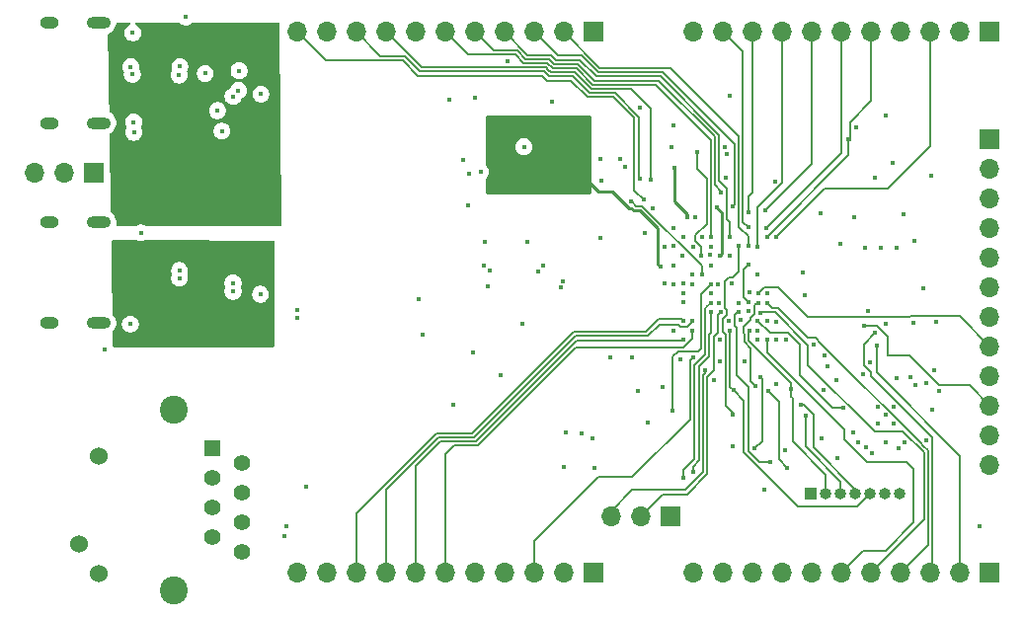
<source format=gbr>
%TF.GenerationSoftware,KiCad,Pcbnew,9.0.0*%
%TF.CreationDate,2025-04-18T01:08:42+10:00*%
%TF.ProjectId,Teensy_4.1_attempt_1,5465656e-7379-45f3-942e-315f61747465,rev?*%
%TF.SameCoordinates,Original*%
%TF.FileFunction,Copper,L4,Inr*%
%TF.FilePolarity,Positive*%
%FSLAX46Y46*%
G04 Gerber Fmt 4.6, Leading zero omitted, Abs format (unit mm)*
G04 Created by KiCad (PCBNEW 9.0.0) date 2025-04-18 01:08:42*
%MOMM*%
%LPD*%
G01*
G04 APERTURE LIST*
%TA.AperFunction,ComponentPad*%
%ADD10R,1.700000X1.700000*%
%TD*%
%TA.AperFunction,ComponentPad*%
%ADD11O,1.700000X1.700000*%
%TD*%
%TA.AperFunction,ComponentPad*%
%ADD12R,1.408000X1.408000*%
%TD*%
%TA.AperFunction,ComponentPad*%
%ADD13C,1.408000*%
%TD*%
%TA.AperFunction,ComponentPad*%
%ADD14C,1.530000*%
%TD*%
%TA.AperFunction,ComponentPad*%
%ADD15C,2.400000*%
%TD*%
%TA.AperFunction,HeatsinkPad*%
%ADD16O,2.100000X1.000000*%
%TD*%
%TA.AperFunction,HeatsinkPad*%
%ADD17O,1.600000X1.000000*%
%TD*%
%TA.AperFunction,ComponentPad*%
%ADD18R,1.000000X1.000000*%
%TD*%
%TA.AperFunction,ComponentPad*%
%ADD19O,1.000000X1.000000*%
%TD*%
%TA.AperFunction,ComponentPad*%
%ADD20C,0.400000*%
%TD*%
%TA.AperFunction,ViaPad*%
%ADD21C,0.450000*%
%TD*%
%TA.AperFunction,Conductor*%
%ADD22C,0.155000*%
%TD*%
%TA.AperFunction,Conductor*%
%ADD23C,0.250000*%
%TD*%
%TA.AperFunction,Conductor*%
%ADD24C,0.200000*%
%TD*%
%TA.AperFunction,Conductor*%
%ADD25C,0.202500*%
%TD*%
G04 APERTURE END LIST*
D10*
%TO.N,/D16_A2*%
%TO.C,J6*%
X151215000Y-96200000D03*
D11*
%TO.N,/D38_A14*%
X148675000Y-96200000D03*
%TO.N,/D24_A10*%
X146135000Y-96200000D03*
%TD*%
D10*
%TO.N,+3V3*%
%TO.C,J4*%
X178600000Y-101030000D03*
D11*
%TO.N,/D8*%
X176060000Y-101030000D03*
%TO.N,/D7*%
X173520000Y-101030000D03*
%TO.N,/D36*%
X170980000Y-101030000D03*
%TO.N,/D37*%
X168440000Y-101030000D03*
%TO.N,/D35*%
X165900000Y-101030000D03*
%TO.N,/D34*%
X163360000Y-101030000D03*
%TO.N,/D27_A13*%
X160820000Y-101030000D03*
%TO.N,/D21_A7*%
X158280000Y-101030000D03*
%TO.N,/D17_A3*%
X155740000Y-101030000D03*
%TO.N,/D19_A5*%
X153200000Y-101030000D03*
%TD*%
D12*
%TO.N,/T +*%
%TO.C,P1*%
X111930000Y-90375000D03*
D13*
%TO.N,Net-(P1-RCT)*%
X114470000Y-91645000D03*
%TO.N,/T -*%
X111930000Y-92915000D03*
%TO.N,/R +*%
X114470000Y-94185000D03*
%TO.N,Net-(P1-RCT)*%
X111930000Y-95455000D03*
%TO.N,/R -*%
X114470000Y-96725000D03*
%TO.N,unconnected-(P1-NC-Pad7)*%
X111930000Y-97995000D03*
%TO.N,GND*%
X114470000Y-99265000D03*
D14*
%TO.N,/LED*%
X102200000Y-91062000D03*
%TO.N,unconnected-(P1-YLW--Pad11)*%
X100500000Y-98578000D03*
%TO.N,unconnected-(P1-YLW+-Pad12)*%
X102200000Y-101145000D03*
D15*
%TO.N,unconnected-(P1-CH_GND@2-Pad13)*%
X108630000Y-87070000D03*
%TO.N,unconnected-(P1-CH_GND@3-Pad14)*%
X108630000Y-102570000D03*
%TD*%
D16*
%TO.N,Net-(USB_DFP1-SHIELD)*%
%TO.C,USB_DFP1*%
X102180000Y-71000000D03*
D17*
X98000000Y-71000000D03*
D16*
X102180000Y-79640000D03*
D17*
X98000000Y-79640000D03*
%TD*%
D10*
%TO.N,+3V3*%
%TO.C,J3*%
X178600000Y-63875000D03*
D11*
%TO.N,/D28*%
X178600000Y-66415000D03*
%TO.N,/D29*%
X178600000Y-68955000D03*
%TO.N,/D12*%
X178600000Y-71495000D03*
%TO.N,/D10*%
X178600000Y-74035000D03*
%TO.N,/D11*%
X178600000Y-76575000D03*
%TO.N,/D13*%
X178600000Y-79115000D03*
%TO.N,/D6*%
X178600000Y-81655000D03*
%TO.N,/D32*%
X178600000Y-84195000D03*
%TO.N,/D9*%
X178600000Y-86735000D03*
%TO.N,/D0*%
X178600000Y-89275000D03*
%TO.N,GND*%
X178600000Y-91815000D03*
%TD*%
D10*
%TO.N,/D22_A8*%
%TO.C,J5*%
X144630000Y-101030000D03*
D11*
%TO.N,/D39_A15*%
X142090000Y-101030000D03*
%TO.N,/D25_A11*%
X139550000Y-101030000D03*
%TO.N,/D20_A6*%
X137010000Y-101030000D03*
%TO.N,/D23_A9*%
X134470000Y-101030000D03*
%TO.N,/D40_A16*%
X131930000Y-101030000D03*
%TO.N,/D15_A1*%
X129390000Y-101030000D03*
%TO.N,/D14_A0*%
X126850000Y-101030000D03*
%TO.N,/D1*%
X124310000Y-101030000D03*
%TO.N,+3V3*%
X121770000Y-101030000D03*
%TO.N,GND*%
X119230000Y-101030000D03*
%TD*%
D18*
%TO.N,/DCDC_PSWITCH*%
%TO.C,SWD1*%
X163300000Y-94280000D03*
D19*
%TO.N,/JTAG_TCK*%
X164570000Y-94280000D03*
%TO.N,/JTAG_TDO*%
X165840000Y-94280000D03*
%TO.N,/JTAG_TDI*%
X167110000Y-94280000D03*
%TO.N,/JTAG_MOD*%
X168380000Y-94280000D03*
%TO.N,/JTAG_TMS*%
X169650000Y-94280000D03*
%TO.N,GND*%
X170920000Y-94280000D03*
%TD*%
D16*
%TO.N,Net-(USB_UFP1-SHIELD)*%
%TO.C,USB_UFP1*%
X102180000Y-53860000D03*
D17*
X98000000Y-53860000D03*
D16*
X102180000Y-62500000D03*
D17*
X98000000Y-62500000D03*
%TD*%
D20*
%TO.N,GND*%
%TO.C,U5*%
X169005000Y-86835000D03*
X170405000Y-86835000D03*
X169705000Y-87535000D03*
X169005000Y-88235000D03*
X170405000Y-88235000D03*
%TD*%
D10*
%TO.N,/ONOFF*%
%TO.C,J7*%
X101775000Y-66750000D03*
D11*
%TO.N,/WAKEUP*%
X99235000Y-66750000D03*
%TO.N,GND*%
X96695000Y-66750000D03*
%TD*%
D10*
%TO.N,GND*%
%TO.C,J2*%
X178600000Y-54670000D03*
D11*
%TO.N,/D49*%
X176060000Y-54670000D03*
%TO.N,/D31*%
X173520000Y-54670000D03*
%TO.N,/D52*%
X170980000Y-54670000D03*
%TO.N,/D48*%
X168440000Y-54670000D03*
%TO.N,/D53*%
X165900000Y-54670000D03*
%TO.N,/D50*%
X163360000Y-54670000D03*
%TO.N,/D30*%
X160820000Y-54670000D03*
%TO.N,/D54*%
X158280000Y-54670000D03*
%TO.N,/D51*%
X155740000Y-54670000D03*
%TO.N,+3V3*%
X153200000Y-54670000D03*
%TD*%
D10*
%TO.N,GND*%
%TO.C,J1*%
X144600000Y-54670000D03*
D11*
%TO.N,/D3*%
X142060000Y-54670000D03*
%TO.N,/D2*%
X139520000Y-54670000D03*
%TO.N,/D5*%
X136980000Y-54670000D03*
%TO.N,/D33*%
X134440000Y-54670000D03*
%TO.N,/D44*%
X131900000Y-54670000D03*
%TO.N,/D4*%
X129360000Y-54670000D03*
%TO.N,/D43*%
X126820000Y-54670000D03*
%TO.N,/D46*%
X124280000Y-54670000D03*
%TO.N,/D45*%
X121740000Y-54670000D03*
%TO.N,/D42*%
X119200000Y-54670000D03*
%TD*%
D21*
%TO.N,+5V*%
X150360000Y-74817500D03*
X135950000Y-62910000D03*
X143520000Y-66800000D03*
X143620000Y-62340000D03*
%TO.N,GND*%
X141100000Y-60710000D03*
X150580000Y-85140000D03*
X154710706Y-77119293D03*
X169705000Y-89880000D03*
X111350000Y-58250000D03*
X149280000Y-88210000D03*
X135610000Y-76490000D03*
X142050000Y-76040000D03*
X155340000Y-76300000D03*
X142295000Y-89070000D03*
X134470000Y-60300000D03*
X120030000Y-93720000D03*
X156520000Y-76290000D03*
X104930000Y-79740000D03*
X114250000Y-58010000D03*
X147960000Y-82560000D03*
X138670000Y-64540000D03*
X132255000Y-60515000D03*
X116090000Y-77180000D03*
X143585000Y-89080000D03*
X138560000Y-79740000D03*
X141810000Y-76590000D03*
X146080000Y-82610000D03*
X168170000Y-78640000D03*
X130010000Y-80630000D03*
X156075000Y-65190000D03*
X164090000Y-70260000D03*
X151350000Y-64585000D03*
X172152500Y-72600000D03*
X164430707Y-82399293D03*
X159270000Y-93950000D03*
X105230000Y-63290000D03*
X134000000Y-66840000D03*
X148420000Y-85510000D03*
X145210000Y-72370000D03*
X157602500Y-82950000D03*
X167880000Y-73200000D03*
X165830000Y-72860000D03*
X170610000Y-73200000D03*
X112390000Y-61430000D03*
X105210000Y-62410000D03*
X105140000Y-54760000D03*
X168342564Y-82999749D03*
X177740000Y-97100000D03*
X102750000Y-81950000D03*
X109680000Y-53410000D03*
X134285000Y-82135000D03*
X153960000Y-72250000D03*
X156010000Y-67150000D03*
X152310000Y-77080000D03*
X151510000Y-71480000D03*
X144595000Y-89540000D03*
X167190000Y-62860000D03*
X155910000Y-64600000D03*
X105860000Y-71920000D03*
X169675000Y-79740000D03*
X147360000Y-66230000D03*
X158700000Y-81050000D03*
X145260000Y-65580000D03*
X134950000Y-66680000D03*
X146950000Y-65580000D03*
X137270000Y-57200000D03*
X166990000Y-70570000D03*
X172030000Y-79595000D03*
X173990000Y-79575000D03*
X133460000Y-65670000D03*
X149730000Y-69812500D03*
X144760000Y-92110000D03*
X112795000Y-63195000D03*
%TO.N,+3V3*%
X157910000Y-74680000D03*
X171805000Y-84275000D03*
X167340000Y-89840000D03*
X157955000Y-77855000D03*
X154665497Y-73835497D03*
X156340000Y-60190000D03*
X169660000Y-61840000D03*
X129690000Y-77630000D03*
X152130000Y-82790000D03*
X136710000Y-84090000D03*
X151460000Y-62730000D03*
X151505000Y-80275000D03*
X138940000Y-72710000D03*
X173810000Y-83735000D03*
X145350000Y-67480000D03*
X171190000Y-70280000D03*
X155430000Y-77960000D03*
X156540000Y-90250000D03*
X148610000Y-61220000D03*
X154725000Y-74695000D03*
%TO.N,Net-(U1B-VDD_USB_CAP)*%
X154690245Y-76317958D03*
X151420000Y-87150000D03*
%TO.N,Net-(C20-Pad1)*%
X160210000Y-67530000D03*
X153322968Y-70605806D03*
%TO.N,/USB1_DN*%
X152305375Y-76275375D03*
X109180000Y-57640000D03*
X104970000Y-57670000D03*
X113740000Y-60210000D03*
%TO.N,+5VD*%
X116200000Y-58170000D03*
X104420000Y-67950000D03*
X111390000Y-56880000D03*
X111950000Y-68220000D03*
X105460000Y-60680000D03*
%TO.N,/USB1_DP*%
X105100000Y-58320000D03*
X153140000Y-76300000D03*
X109110000Y-58380000D03*
X114200000Y-59710000D03*
%TO.N,Net-(U1B-VDD_SNVS_IN)*%
X132590000Y-86670000D03*
X152330000Y-77870000D03*
%TO.N,/USB2_DN*%
X109150000Y-75150000D03*
X119270000Y-79201500D03*
X151510000Y-76300000D03*
X113730000Y-76221000D03*
%TO.N,+5VL*%
X105950000Y-78990000D03*
X111510000Y-80130000D03*
X105640000Y-73490000D03*
X115920000Y-75230000D03*
X113970000Y-73640000D03*
X112580000Y-74120000D03*
X111350000Y-73410000D03*
%TO.N,/USB2_DP*%
X109150000Y-75810000D03*
X119270000Y-78501497D03*
X150710000Y-76290000D03*
X113730000Y-76921003D03*
%TO.N,/D33*%
X155577500Y-68455322D03*
%TO.N,/D2*%
X156598000Y-69650000D03*
%TO.N,/D42*%
X148920000Y-69090000D03*
%TO.N,/D3*%
X157900000Y-73070000D03*
%TO.N,/D45*%
X154740000Y-73110000D03*
%TO.N,/D43*%
X149540000Y-67400000D03*
%TO.N,/D4*%
X156320000Y-73890000D03*
%TO.N,/D5*%
X156290000Y-72260000D03*
%TO.N,/D44*%
X154730000Y-72290000D03*
%TO.N,/D46*%
X148590000Y-67300000D03*
%TO.N,/D31*%
X160340000Y-72270000D03*
%TO.N,/D50*%
X168730000Y-67200000D03*
X159380000Y-69980000D03*
%TO.N,/D51*%
X157920000Y-71450000D03*
%TO.N,/D53*%
X159460000Y-71500000D03*
X173570000Y-66990000D03*
%TO.N,/D48*%
X166520000Y-63880000D03*
X159500000Y-72300000D03*
%TO.N,/D30*%
X158710000Y-73120000D03*
%TO.N,/D54*%
X170280000Y-65940000D03*
X157960000Y-70160000D03*
%TO.N,/D32*%
X162780000Y-77240000D03*
%TO.N,/D9*%
X167800000Y-79920000D03*
%TO.N,/D6*%
X158755000Y-77125000D03*
%TO.N,/D13*%
X172920000Y-76640000D03*
X159539797Y-77099522D03*
%TO.N,/D0*%
X157110000Y-77900000D03*
%TO.N,/D10*%
X162570000Y-75350000D03*
%TO.N,/D12*%
X158720000Y-75490000D03*
%TO.N,/D11*%
X158044999Y-77042786D03*
%TO.N,/D27_A13*%
X155466328Y-82900000D03*
%TO.N,/D7*%
X168790000Y-80510000D03*
%TO.N,/D19_A5*%
X153170000Y-92390000D03*
X154732745Y-78680000D03*
%TO.N,/D37*%
X158933500Y-78781356D03*
%TO.N,/D17_A3*%
X154960000Y-84580000D03*
%TO.N,/D34*%
X164205000Y-89525000D03*
%TO.N,/D35*%
X159510000Y-81090000D03*
%TO.N,/D21_A7*%
X155440328Y-81039672D03*
%TO.N,/D36*%
X159540000Y-77900000D03*
%TO.N,/D8*%
X168900000Y-81543750D03*
%TO.N,/D39_A15*%
X142100000Y-92010000D03*
X156267500Y-79496232D03*
%TO.N,/D1*%
X152340000Y-79480000D03*
%TO.N,/D25_A11*%
X153210000Y-82582500D03*
%TO.N,/D40_A16*%
X153115000Y-80295000D03*
%TO.N,/D14_A0*%
X153122672Y-79487328D03*
%TO.N,/D15_A1*%
X152305000Y-81085000D03*
%TO.N,/D16_A2*%
X154685000Y-77925000D03*
X152350000Y-92940000D03*
%TO.N,/D38_A14*%
X155540000Y-78730000D03*
%TO.N,/D24_A10*%
X154207500Y-83670000D03*
%TO.N,/WAKEUP*%
X152290000Y-73890000D03*
%TO.N,/ONOFF*%
X151530000Y-74700000D03*
%TO.N,/SOC_CAP_NET*%
X155494058Y-73911722D03*
X155199000Y-69705000D03*
%TO.N,Net-(L1-Pad1)*%
X152676814Y-70535194D03*
X151580000Y-66370000D03*
%TO.N,/PMIC_ON_REQ_PWR_SEQ*%
X147880004Y-69261328D03*
X153930000Y-75510000D03*
%TO.N,Net-(U3-PTB3{slash}IRQ_10)*%
X158450000Y-90400000D03*
X158960000Y-84330000D03*
%TO.N,Net-(U1B-GPIO_EMC_40)*%
X116120000Y-60010000D03*
X169240000Y-73230000D03*
%TO.N,Net-(U1A-GPIO_SD_B1_10)*%
X135738818Y-75166855D03*
X150725000Y-73095000D03*
%TO.N,/T -*%
X170820000Y-90420000D03*
%TO.N,Net-(U1A-GPIO_SD_B1_09)*%
X151520000Y-73060172D03*
X135200000Y-74720000D03*
%TO.N,/R -*%
X168042513Y-90292513D03*
X118291995Y-97114560D03*
%TO.N,Net-(U1A-GPIO_B0_13)*%
X158550000Y-85020000D03*
X158736678Y-77906678D03*
%TO.N,/R +*%
X168537489Y-90787489D03*
X118127577Y-97882552D03*
%TO.N,/D47*%
X133850000Y-69590000D03*
%TO.N,Net-(U1A-GPIO_SD_B1_06)*%
X135310000Y-72730000D03*
X152310000Y-72290000D03*
%TO.N,/T +*%
X171338633Y-89913661D03*
%TO.N,Net-(U1A-POR_B)*%
X153120000Y-75460000D03*
X160320000Y-84910000D03*
%TO.N,Net-(U1A-GPIO_SD_B1_08)*%
X149057862Y-71954500D03*
X139858819Y-75208901D03*
%TO.N,/LED*%
X165550000Y-91240000D03*
%TO.N,Net-(U1A-GPIO_EMC_01)*%
X156550000Y-87520000D03*
X157120000Y-73070000D03*
%TO.N,Net-(U1A-GPIO_AD_B0_04)*%
X161090000Y-90590000D03*
X157272500Y-79422906D03*
%TO.N,Net-(U1A-GPIO_SD_B1_07)*%
X153180000Y-73150000D03*
X140290000Y-74722500D03*
%TO.N,Net-(U3-PTB2{slash}IRQ_7)*%
X161230000Y-92067500D03*
X159640000Y-85510000D03*
%TO.N,Net-(U1B-GPIO_B1_06)*%
X170620000Y-84360000D03*
X160280000Y-79520000D03*
%TO.N,Net-(U1B-GPIO_B0_15)*%
X158730000Y-79480000D03*
X166020000Y-86930000D03*
%TO.N,Net-(U1B-GPIO_B1_04)*%
X158690000Y-80280000D03*
X172240000Y-85000000D03*
%TO.N,Net-(U1B-GPIO_B1_11)*%
X160290000Y-81060000D03*
X167742115Y-84077885D03*
%TO.N,Net-(U1B-GPIO_B1_09)*%
X164380000Y-85360000D03*
X163540707Y-81509293D03*
%TO.N,Net-(U1B-GPIO_B1_14)*%
X174270000Y-85510000D03*
X165490000Y-84510000D03*
%TO.N,Net-(U1B-GPIO_B1_05)*%
X173210000Y-84826250D03*
X159530000Y-79490000D03*
%TO.N,Net-(U1B-GPIO_B0_14)*%
X166890000Y-89070000D03*
X157927500Y-78645000D03*
%TO.N,Net-(U1B-GPIO_B1_15)*%
X164710000Y-83390000D03*
X173660000Y-87120000D03*
%TO.N,Net-(U1B-GPIO_B1_10)*%
X161120000Y-81080000D03*
X173160000Y-89710000D03*
%TO.N,/JTAG_TDI*%
X162440000Y-86650000D03*
%TO.N,/JTAG_TDO*%
X162835000Y-87565000D03*
%TO.N,/JTAG_MOD*%
X156660000Y-85410000D03*
X156350000Y-80300000D03*
%TO.N,/JTAG_TCK*%
X161610000Y-85340000D03*
X157977702Y-80291932D03*
%TO.N,/DCDC_PSWITCH*%
X157120000Y-78710000D03*
X153540000Y-65010000D03*
X159770000Y-91540000D03*
X153900000Y-73860000D03*
%TD*%
D22*
%TO.N,/PMIC_ON_REQ_PWR_SEQ*%
X153930000Y-74724557D02*
X153930000Y-75510000D01*
X148825443Y-69620000D02*
X153930000Y-74724557D01*
X148270000Y-69620000D02*
X148825443Y-69620000D01*
X147910000Y-69260000D02*
X148270000Y-69620000D01*
X147881332Y-69260000D02*
X147910000Y-69260000D01*
X147880004Y-69261328D02*
X147881332Y-69260000D01*
D23*
%TO.N,+5V*%
X150149000Y-71547751D02*
X148624749Y-70023500D01*
X143520000Y-66860000D02*
X143500000Y-66840000D01*
D24*
X143520000Y-66860000D02*
X143520000Y-66800000D01*
D23*
X146240768Y-68400000D02*
X145060000Y-68400000D01*
X150360000Y-74817500D02*
X150149000Y-74606500D01*
D24*
X143520000Y-66800000D02*
X143520000Y-62440000D01*
D23*
X148102864Y-70023500D02*
X147891693Y-69812328D01*
X148102865Y-70023500D02*
X148102864Y-70023500D01*
X147329004Y-69488236D02*
X146240768Y-68400000D01*
X148624749Y-70023500D02*
X148437136Y-70023500D01*
D24*
X143520000Y-62440000D02*
X143620000Y-62340000D01*
D23*
X148437136Y-70023500D02*
X148102865Y-70023500D01*
X147891693Y-69812328D02*
X147651772Y-69812328D01*
X147651772Y-69812328D02*
X147329004Y-69489560D01*
X147329004Y-69489560D02*
X147329004Y-69488236D01*
X150149000Y-74606500D02*
X150149000Y-71547751D01*
X145060000Y-68400000D02*
X143520000Y-66860000D01*
D22*
%TO.N,+3V3*%
X157955000Y-77855000D02*
X157541499Y-77441499D01*
X157541499Y-77441499D02*
X157541499Y-75048501D01*
X157541499Y-75048501D02*
X157910000Y-74680000D01*
%TO.N,Net-(U1B-VDD_USB_CAP)*%
X154690245Y-76317958D02*
X154595000Y-76413203D01*
X153850000Y-77160000D02*
X153850000Y-81810000D01*
X151890000Y-82080000D02*
X151420000Y-82550000D01*
X154595000Y-76413203D02*
X154595000Y-76415000D01*
X151420000Y-82550000D02*
X151420000Y-87150000D01*
X153850000Y-81810000D02*
X153580000Y-82080000D01*
X153580000Y-82080000D02*
X151890000Y-82080000D01*
X154595000Y-76415000D02*
X153850000Y-77160000D01*
%TO.N,/D33*%
X150245080Y-58852000D02*
X144731620Y-58852000D01*
X155050500Y-67820500D02*
X155050500Y-63657420D01*
X136046730Y-56276730D02*
X134440000Y-54670000D01*
X143314810Y-57435190D02*
X141278270Y-57435190D01*
X144731620Y-58852000D02*
X143314810Y-57435190D01*
X155050500Y-63657420D02*
X150245080Y-58852000D01*
X138083270Y-56276730D02*
X136046730Y-56276730D01*
X141278270Y-57435190D02*
X140849080Y-57006000D01*
X140849080Y-57006000D02*
X138812540Y-57006000D01*
X155577500Y-68455322D02*
X155577500Y-68347500D01*
X155577500Y-68347500D02*
X155050500Y-67820500D01*
X138812540Y-57006000D02*
X138083270Y-56276730D01*
%TO.N,/D2*%
X145022540Y-58136000D02*
X143606540Y-56720000D01*
X145100000Y-58140000D02*
X145096000Y-58136000D01*
X143606540Y-56720000D02*
X141570000Y-56720000D01*
X156744500Y-64344500D02*
X150540000Y-58140000D01*
X150540000Y-58140000D02*
X145100000Y-58140000D01*
X156598000Y-69650000D02*
X156744500Y-69503500D01*
X141570000Y-56720000D02*
X139520000Y-54670000D01*
X145096000Y-58136000D02*
X145022540Y-58136000D01*
X156744500Y-69503500D02*
X156744500Y-64344500D01*
%TO.N,/D42*%
X148086500Y-68256500D02*
X148086500Y-62063500D01*
X128280810Y-57137730D02*
X121667730Y-57137730D01*
X144141780Y-60276000D02*
X142724970Y-58859190D01*
X148098270Y-62051730D02*
X146322540Y-60276000D01*
X146322540Y-60276000D02*
X144141780Y-60276000D01*
X121667730Y-57137730D02*
X119200000Y-54670000D01*
X148920000Y-69090000D02*
X148086500Y-68256500D01*
X140688430Y-58859190D02*
X140261240Y-58432000D01*
X148086500Y-62063500D02*
X148098270Y-62051730D01*
X129575080Y-58432000D02*
X128280810Y-57137730D01*
X140261240Y-58432000D02*
X129575080Y-58432000D01*
X142724970Y-58859190D02*
X140688430Y-58859190D01*
%TO.N,/D3*%
X157100500Y-63610500D02*
X151270000Y-57780000D01*
X157100500Y-71380500D02*
X157100500Y-63610500D01*
X145170000Y-57780000D02*
X142060000Y-54670000D01*
X157920000Y-72200000D02*
X157100500Y-71380500D01*
X157900000Y-73070000D02*
X157920000Y-73050000D01*
X157920000Y-73050000D02*
X157920000Y-72200000D01*
X151270000Y-57780000D02*
X145170000Y-57780000D01*
%TO.N,/D43*%
X143019890Y-58147190D02*
X141278270Y-58147190D01*
X149543500Y-67396500D02*
X149543500Y-61263500D01*
X129870000Y-57720000D02*
X126820000Y-54670000D01*
X144436700Y-59564000D02*
X144228160Y-59355460D01*
X149543500Y-61263500D02*
X147844000Y-59564000D01*
X140983350Y-58147190D02*
X140774810Y-57938650D01*
X149540000Y-67400000D02*
X149543500Y-67396500D01*
X141278270Y-58147190D02*
X140983350Y-58147190D01*
X140556160Y-57720000D02*
X129870000Y-57720000D01*
X144228160Y-59355460D02*
X143019890Y-58147190D01*
X144731620Y-59564000D02*
X144436700Y-59564000D01*
X140774810Y-57938650D02*
X140556160Y-57720000D01*
X147844000Y-59564000D02*
X144731620Y-59564000D01*
%TO.N,/D5*%
X138960000Y-56650000D02*
X136980000Y-54670000D01*
X144948540Y-58492000D02*
X144875080Y-58492000D01*
X156290000Y-70960000D02*
X156080000Y-70750000D01*
X141422540Y-57076000D02*
X140996540Y-56650000D01*
X140996540Y-56650000D02*
X138960000Y-56650000D01*
X156290000Y-72260000D02*
X156290000Y-70960000D01*
X143459080Y-57076000D02*
X141422540Y-57076000D01*
X155406500Y-67426500D02*
X155406500Y-63509960D01*
X144875080Y-58492000D02*
X143459080Y-57076000D01*
X155406500Y-63509960D02*
X150392540Y-58496000D01*
X156080000Y-68100000D02*
X155406500Y-67426500D01*
X156080000Y-70750000D02*
X156080000Y-68100000D01*
X144952540Y-58496000D02*
X144948540Y-58492000D01*
X150392540Y-58496000D02*
X144952540Y-58496000D01*
%TO.N,/D44*%
X140701620Y-57362000D02*
X138665080Y-57362000D01*
X154694500Y-68247960D02*
X154694500Y-63949943D01*
X149952557Y-59208000D02*
X144584160Y-59208000D01*
X133862730Y-56632730D02*
X131900000Y-54670000D01*
X154696500Y-68249960D02*
X154694500Y-68247960D01*
X141130810Y-57791190D02*
X140701620Y-57362000D01*
X138665080Y-57362000D02*
X137935810Y-56632730D01*
X144584160Y-59208000D02*
X143167350Y-57791190D01*
X137935810Y-56632730D02*
X133862730Y-56632730D01*
X154696500Y-72256500D02*
X154696500Y-68249960D01*
X143167350Y-57791190D02*
X141130810Y-57791190D01*
X154694500Y-63949943D02*
X149952557Y-59208000D01*
X154730000Y-72290000D02*
X154696500Y-72256500D01*
%TO.N,/D46*%
X142872430Y-58503190D02*
X140835890Y-58503190D01*
X146470000Y-59920000D02*
X144289240Y-59920000D01*
X144289240Y-59920000D02*
X142872430Y-58503190D01*
X140835890Y-58503190D02*
X140408700Y-58076000D01*
X140408700Y-58076000D02*
X129722540Y-58076000D01*
X128428270Y-56781730D02*
X126391730Y-56781730D01*
X148536500Y-61986500D02*
X146470000Y-59920000D01*
X148590000Y-67300000D02*
X148536500Y-67246500D01*
X148536500Y-67246500D02*
X148536500Y-61986500D01*
X129722540Y-58076000D02*
X128428270Y-56781730D01*
X126391730Y-56781730D02*
X124280000Y-54670000D01*
%TO.N,/D31*%
X169910000Y-68130000D02*
X173520000Y-64520000D01*
X160340000Y-72270000D02*
X164480000Y-68130000D01*
X164480000Y-68130000D02*
X169910000Y-68130000D01*
X173520000Y-64520000D02*
X173520000Y-54670000D01*
%TO.N,/D50*%
X162320000Y-67040000D02*
X162360000Y-67040000D01*
X163380000Y-66020000D02*
X163380000Y-57990000D01*
X163360000Y-57970000D02*
X163360000Y-54670000D01*
X163380000Y-57990000D02*
X163360000Y-57970000D01*
X159380000Y-69980000D02*
X162320000Y-67040000D01*
X162360000Y-67040000D02*
X163380000Y-66020000D01*
%TO.N,/D51*%
X157456500Y-70986500D02*
X157456500Y-56386500D01*
X157920000Y-71450000D02*
X157456500Y-70986500D01*
X157456500Y-56386500D02*
X155740000Y-54670000D01*
%TO.N,/D53*%
X165900000Y-65060000D02*
X165900000Y-54670000D01*
X159460000Y-71500000D02*
X165900000Y-65060000D01*
%TO.N,/D48*%
X168440000Y-60600000D02*
X168440000Y-54670000D01*
X166520000Y-65280000D02*
X159500000Y-72300000D01*
X166620000Y-62420000D02*
X168440000Y-60600000D01*
X166520000Y-63880000D02*
X166520000Y-65280000D01*
X166620000Y-63980000D02*
X166620000Y-62420000D01*
X166520000Y-63880000D02*
X166620000Y-63980000D01*
%TO.N,/D30*%
X160820000Y-67630000D02*
X160820000Y-54670000D01*
X158710000Y-69730000D02*
X159940000Y-68500000D01*
X159950000Y-68500000D02*
X160820000Y-67630000D01*
X158710000Y-73120000D02*
X158710000Y-69730000D01*
X159940000Y-68500000D02*
X159950000Y-68500000D01*
%TO.N,/D54*%
X157960000Y-70160000D02*
X157960000Y-68770000D01*
X158300000Y-54690000D02*
X158280000Y-54670000D01*
X158300000Y-68430000D02*
X158300000Y-54690000D01*
X157960000Y-68770000D02*
X158300000Y-68430000D01*
%TO.N,/D9*%
X174296500Y-85006500D02*
X176871500Y-85006500D01*
X171700000Y-82410000D02*
X174296500Y-85006500D01*
X169830000Y-82410000D02*
X171700000Y-82410000D01*
X167800000Y-79920000D02*
X168912057Y-79920000D01*
X168912057Y-79920000D02*
X169830000Y-80837943D01*
X176871500Y-85006500D02*
X178600000Y-86735000D01*
X169830000Y-80837943D02*
X169830000Y-82410000D01*
%TO.N,/D6*%
X158755000Y-77125000D02*
X159283978Y-76596022D01*
X176016500Y-79071500D02*
X178600000Y-81655000D01*
X171841443Y-79071500D02*
X176016500Y-79071500D01*
X159283978Y-76596022D02*
X160476022Y-76596022D01*
X171769443Y-79143500D02*
X171841443Y-79071500D01*
X160476022Y-76596022D02*
X163023500Y-79143500D01*
X163023500Y-79143500D02*
X171769443Y-79143500D01*
%TO.N,/D7*%
X167839064Y-83271652D02*
X167839064Y-81460936D01*
X173520000Y-101030000D02*
X173688500Y-100861500D01*
X168405500Y-84208088D02*
X168405500Y-83838088D01*
X173688500Y-89491088D02*
X168405500Y-84208088D01*
X168405500Y-83838088D02*
X167839064Y-83271652D01*
X173688500Y-100861500D02*
X173688500Y-89491088D01*
X167839064Y-81460936D02*
X168790000Y-80510000D01*
%TO.N,/D19_A5*%
X153698000Y-91432000D02*
X153170000Y-91960000D01*
X153698000Y-83352000D02*
X153698000Y-91432000D01*
X154740000Y-78687255D02*
X154740000Y-80489128D01*
X154740000Y-80489128D02*
X154574000Y-80655128D01*
X153170000Y-91960000D02*
X153170000Y-92390000D01*
X154574000Y-80655128D02*
X154574000Y-82476000D01*
X154574000Y-82476000D02*
X153698000Y-83352000D01*
X154732745Y-78680000D02*
X154740000Y-78687255D01*
%TO.N,/D37*%
X158939449Y-78775407D02*
X158952191Y-78775407D01*
X158983594Y-78744004D02*
X160216061Y-78744004D01*
X171174483Y-88940000D02*
X172976500Y-90742017D01*
X158952191Y-78775407D02*
X158983594Y-78744004D01*
X172976500Y-96493500D02*
X168440000Y-101030000D01*
X163037207Y-83235150D02*
X168742057Y-88940000D01*
X168742057Y-88940000D02*
X171174483Y-88940000D01*
X172976500Y-90742017D02*
X172976500Y-96493500D01*
X163037207Y-81565150D02*
X163037207Y-83235150D01*
X160216061Y-78744004D02*
X163037207Y-81565150D01*
X158933500Y-78781356D02*
X158939449Y-78775407D01*
D25*
%TO.N,/D34*%
X163210000Y-100880000D02*
X163360000Y-101030000D01*
D22*
%TO.N,/D35*%
X169670000Y-99170000D02*
X167760000Y-99170000D01*
X166150000Y-89620000D02*
X168070000Y-91540000D01*
X168070000Y-91540000D02*
X171440000Y-91540000D01*
X166150000Y-88810000D02*
X166150000Y-89620000D01*
X172080000Y-92180000D02*
X172080000Y-96760000D01*
X159510000Y-81090000D02*
X159510000Y-82170000D01*
X172080000Y-96760000D02*
X169670000Y-99170000D01*
X159510000Y-82170000D02*
X166150000Y-88810000D01*
X171440000Y-91540000D02*
X172080000Y-92180000D01*
X167760000Y-99170000D02*
X165900000Y-101030000D01*
%TO.N,/D36*%
X163647943Y-80910000D02*
X163743736Y-81005793D01*
X164639264Y-81895793D02*
X172656500Y-89913029D01*
X159970250Y-78330250D02*
X160437298Y-78330250D01*
X173332500Y-98677500D02*
X170980000Y-101030000D01*
X159540000Y-77900000D02*
X159970250Y-78330250D01*
X172656500Y-89913029D02*
X172656500Y-89918557D01*
X163743736Y-81005793D02*
X163749264Y-81005793D01*
X160437298Y-78330250D02*
X163017048Y-80910000D01*
X172656500Y-89918557D02*
X172951443Y-90213500D01*
X172951443Y-90213500D02*
X172956971Y-90213500D01*
X164633736Y-81895793D02*
X164639264Y-81895793D01*
X163017048Y-80910000D02*
X163647943Y-80910000D01*
X173332500Y-90589029D02*
X173332500Y-98677500D01*
X163749264Y-81005793D02*
X164044207Y-81300736D01*
X164044207Y-81306264D02*
X164633736Y-81895793D01*
X164044207Y-81300736D02*
X164044207Y-81306264D01*
X172956971Y-90213500D02*
X173332500Y-90589029D01*
%TO.N,/D8*%
X168900000Y-83890000D02*
X176060000Y-91050000D01*
X168900000Y-83890000D02*
X168900000Y-81543750D01*
X176060000Y-91050000D02*
X176060000Y-101030000D01*
%TO.N,/D1*%
X124310000Y-95990000D02*
X124310000Y-101030000D01*
X152140000Y-79280000D02*
X150260000Y-79280000D01*
X152340000Y-79480000D02*
X152140000Y-79280000D01*
X134250000Y-89100000D02*
X131200000Y-89100000D01*
X149130000Y-80410000D02*
X142940000Y-80410000D01*
X131200000Y-89100000D02*
X124310000Y-95990000D01*
X150260000Y-79280000D02*
X149130000Y-80410000D01*
X142940000Y-80410000D02*
X134250000Y-89100000D01*
%TO.N,/D25_A11*%
X152910000Y-87930000D02*
X147960000Y-92880000D01*
X147960000Y-92880000D02*
X145030000Y-92880000D01*
X139550000Y-98360000D02*
X139550000Y-101030000D01*
X152910000Y-82882500D02*
X152910000Y-87930000D01*
X145030000Y-92880000D02*
X139550000Y-98360000D01*
X153210000Y-82582500D02*
X152910000Y-82882500D01*
%TO.N,/D40_A16*%
X132682000Y-90168000D02*
X131930000Y-90920000D01*
X152378057Y-81724000D02*
X143136380Y-81724000D01*
X131930000Y-90920000D02*
X131930000Y-101030000D01*
X134692380Y-90168000D02*
X132682000Y-90168000D01*
X143136380Y-81724000D02*
X134692380Y-90168000D01*
X153115000Y-80295000D02*
X153115000Y-80987057D01*
X153115000Y-80987057D02*
X152378057Y-81724000D01*
%TO.N,/D14_A0*%
X153122672Y-79487328D02*
X153122672Y-79554541D01*
X143382380Y-80766000D02*
X143087460Y-80766000D01*
X142878920Y-80974540D02*
X134397460Y-89456000D01*
X150271960Y-79771500D02*
X149277460Y-80766000D01*
X149277460Y-80766000D02*
X146364000Y-80766000D01*
X131138920Y-89664540D02*
X129242540Y-91560920D01*
X134397460Y-89456000D02*
X131642380Y-89456000D01*
X152131443Y-79983500D02*
X151919443Y-79771500D01*
X131642380Y-89456000D02*
X131347460Y-89456000D01*
X129034000Y-91769460D02*
X126850000Y-93953460D01*
X146364000Y-80766000D02*
X143382380Y-80766000D01*
X153122672Y-79554541D02*
X152693713Y-79983500D01*
X129242540Y-91560920D02*
X129034000Y-91769460D01*
X131347460Y-89456000D02*
X131138920Y-89664540D01*
X152693713Y-79983500D02*
X152131443Y-79983500D01*
X126850000Y-93953460D02*
X126850000Y-101030000D01*
X143087460Y-80766000D02*
X142878920Y-80974540D01*
X151919443Y-79771500D02*
X150271960Y-79771500D01*
%TO.N,/D15_A1*%
X152305000Y-81085000D02*
X152268000Y-81122000D01*
X131494920Y-89812000D02*
X129390000Y-91916920D01*
X134544920Y-89812000D02*
X131494920Y-89812000D01*
X129390000Y-91916920D02*
X129390000Y-101030000D01*
X143234920Y-81122000D02*
X134544920Y-89812000D01*
X152268000Y-81122000D02*
X143234920Y-81122000D01*
%TO.N,/D16_A2*%
X154330000Y-78290000D02*
X154330000Y-78300837D01*
X154206000Y-78841951D02*
X154206000Y-82340540D01*
X154206000Y-82340540D02*
X153280000Y-83266540D01*
X154685000Y-77925000D02*
X154685000Y-77935000D01*
X154213235Y-78834716D02*
X154206000Y-78841951D01*
X152350000Y-92240000D02*
X152350000Y-92940000D01*
X153280000Y-83266540D02*
X153280000Y-91310000D01*
X154213235Y-78417602D02*
X154213235Y-78834716D01*
X153280000Y-91310000D02*
X152350000Y-92240000D01*
X154330000Y-78300837D02*
X154213235Y-78417602D01*
X154685000Y-77935000D02*
X154330000Y-78290000D01*
%TO.N,/D38_A14*%
X155280000Y-78990000D02*
X155280000Y-80452588D01*
X150545000Y-94330000D02*
X148675000Y-96200000D01*
X154930000Y-80802588D02*
X154930000Y-83740000D01*
X154930000Y-83740000D02*
X154410000Y-84260000D01*
X154410000Y-84260000D02*
X154410000Y-92560000D01*
X155280000Y-80452588D02*
X154930000Y-80802588D01*
X154410000Y-92560000D02*
X152640000Y-94330000D01*
X155540000Y-78730000D02*
X155280000Y-78990000D01*
X152640000Y-94330000D02*
X150545000Y-94330000D01*
%TO.N,/D24_A10*%
X152506540Y-93960000D02*
X147970000Y-93960000D01*
X154054000Y-92412540D02*
X152506540Y-93960000D01*
X147970000Y-93960000D02*
X146135000Y-95795000D01*
X146135000Y-95795000D02*
X146135000Y-96200000D01*
X154207500Y-83670000D02*
X154207500Y-83959040D01*
X154207500Y-83959040D02*
X154054000Y-84112540D01*
X154054000Y-84112540D02*
X154054000Y-92412540D01*
D23*
%TO.N,/SOC_CAP_NET*%
X155199000Y-69705000D02*
X155199000Y-69749000D01*
X155676500Y-70226500D02*
X155676500Y-73729280D01*
X155676500Y-73729280D02*
X155494058Y-73911722D01*
X155199000Y-69749000D02*
X155676500Y-70226500D01*
%TO.N,Net-(L1-Pad1)*%
X152676814Y-70326814D02*
X151580000Y-69230000D01*
X151580000Y-69230000D02*
X151580000Y-66370000D01*
X152676814Y-70535194D02*
X152676814Y-70326814D01*
D22*
%TO.N,/PMIC_ON_REQ_PWR_SEQ*%
X147880004Y-69261328D02*
X147878676Y-69260000D01*
X147878676Y-69260000D02*
X147800000Y-69260000D01*
%TO.N,Net-(U3-PTB3{slash}IRQ_10)*%
X159078500Y-89771500D02*
X158450000Y-90400000D01*
X158960000Y-84330000D02*
X159078500Y-84448500D01*
X159078500Y-84448500D02*
X159078500Y-89771500D01*
%TO.N,Net-(U1A-GPIO_B0_13)*%
X158080000Y-79417943D02*
X157583052Y-79914891D01*
X158736678Y-77906678D02*
X158671379Y-77906678D01*
X157555109Y-79914891D02*
X157474202Y-79995798D01*
X158080000Y-79204557D02*
X158080000Y-79417943D01*
X157474202Y-79995798D02*
X157474202Y-80500489D01*
X158671379Y-77906678D02*
X158431000Y-78147057D01*
X158130000Y-81813460D02*
X158130000Y-84600000D01*
X157474202Y-80500489D02*
X157589256Y-80615543D01*
X157589256Y-80615543D02*
X157589256Y-81272716D01*
X158431000Y-78147057D02*
X158431000Y-78853557D01*
X157589256Y-81272716D02*
X158130000Y-81813460D01*
X158431000Y-78853557D02*
X158080000Y-79204557D01*
X157583052Y-79914891D02*
X157555109Y-79914891D01*
X158130000Y-84600000D02*
X158550000Y-85020000D01*
%TO.N,Net-(U1A-GPIO_EMC_01)*%
X155884232Y-80581644D02*
X155970000Y-80667412D01*
X155890000Y-77707943D02*
X155933500Y-77751443D01*
X155933500Y-78168557D02*
X155890000Y-78212057D01*
X155890000Y-76050000D02*
X155890000Y-77707943D01*
X157050000Y-73070000D02*
X157060000Y-73080000D01*
X157120000Y-73130000D02*
X157120000Y-73070000D01*
X155970000Y-80667412D02*
X155970000Y-80819588D01*
X156230000Y-75710000D02*
X155890000Y-76050000D01*
X155970000Y-80819588D02*
X155968828Y-80820760D01*
X156043500Y-78938557D02*
X155700000Y-79282057D01*
X155890000Y-78212057D02*
X155890000Y-78367943D01*
X157060000Y-73080000D02*
X157060000Y-75220000D01*
X155968828Y-80820760D02*
X155968828Y-86738828D01*
X155700000Y-80400000D02*
X155881644Y-80581644D01*
X156043500Y-78521443D02*
X156043500Y-78938557D01*
X156550000Y-87320000D02*
X156550000Y-87520000D01*
X155933500Y-77751443D02*
X155933500Y-78168557D01*
X155881644Y-80581644D02*
X155884232Y-80581644D01*
X157060000Y-75220000D02*
X156570000Y-75710000D01*
X156570000Y-75710000D02*
X156230000Y-75710000D01*
X155700000Y-79282057D02*
X155700000Y-80400000D01*
X155890000Y-78367943D02*
X156043500Y-78521443D01*
X157120000Y-73070000D02*
X157050000Y-73070000D01*
X155968828Y-86738828D02*
X156550000Y-87320000D01*
%TO.N,Net-(U3-PTB2{slash}IRQ_7)*%
X161230000Y-92067500D02*
X160520000Y-91357500D01*
X160520000Y-86390000D02*
X159640000Y-85510000D01*
X160520000Y-91357500D02*
X160520000Y-86390000D01*
D25*
%TO.N,Net-(U1B-GPIO_B0_15)*%
X162300000Y-84100000D02*
X165130000Y-86930000D01*
X162300000Y-81479000D02*
X162300000Y-84100000D01*
X158730000Y-79480000D02*
X159757750Y-80507750D01*
X165130000Y-86930000D02*
X166020000Y-86930000D01*
X159757750Y-80507750D02*
X161328750Y-80507750D01*
X161328750Y-80507750D02*
X162300000Y-81479000D01*
D22*
%TO.N,/JTAG_TDI*%
X167110000Y-94280000D02*
X167110000Y-93920000D01*
X167110000Y-93920000D02*
X163500000Y-90310000D01*
X163500000Y-87482588D02*
X162667412Y-86650000D01*
X162667412Y-86650000D02*
X162440000Y-86650000D01*
X163500000Y-90310000D02*
X163500000Y-87482588D01*
%TO.N,/JTAG_TDO*%
X165840000Y-93250000D02*
X162835000Y-90245000D01*
X162835000Y-90245000D02*
X162835000Y-87565000D01*
X165840000Y-94280000D02*
X165840000Y-93250000D01*
%TO.N,/JTAG_MOD*%
X162179128Y-95380000D02*
X167280000Y-95380000D01*
X156660000Y-85410000D02*
X157540000Y-86290000D01*
X157540000Y-90740872D02*
X162179128Y-95380000D01*
X156350000Y-85100000D02*
X156660000Y-85410000D01*
X167280000Y-95380000D02*
X168380000Y-94280000D01*
X157540000Y-86290000D02*
X157540000Y-90740872D01*
X156350000Y-80300000D02*
X156350000Y-85100000D01*
%TO.N,/JTAG_TCK*%
X161730000Y-89810000D02*
X164570000Y-92650000D01*
X157977702Y-80291932D02*
X157946509Y-80291932D01*
X157945256Y-81125256D02*
X161610000Y-84790000D01*
X161610000Y-85960000D02*
X161730000Y-86080000D01*
X157946509Y-80291932D02*
X157945256Y-80293185D01*
X164570000Y-92650000D02*
X164570000Y-94280000D01*
X161730000Y-86080000D02*
X161730000Y-89810000D01*
X161610000Y-85340000D02*
X161610000Y-85960000D01*
X157945256Y-80293185D02*
X157945256Y-81125256D01*
X161610000Y-84790000D02*
X161610000Y-85340000D01*
%TO.N,/DCDC_PSWITCH*%
X153540000Y-66437128D02*
X154338500Y-67235628D01*
X157120000Y-78710000D02*
X156980000Y-78710000D01*
X157930000Y-85120000D02*
X157930000Y-90172588D01*
X157930000Y-90172588D02*
X157921500Y-90181088D01*
X153370826Y-72607931D02*
X153900000Y-73137105D01*
X153540000Y-65010000D02*
X153540000Y-66437128D01*
X157921500Y-90618912D02*
X158842588Y-91540000D01*
X156893400Y-84083400D02*
X157930000Y-85120000D01*
X156770000Y-78920000D02*
X156770000Y-79900000D01*
X158842588Y-91540000D02*
X159770000Y-91540000D01*
X153370826Y-72100844D02*
X153370826Y-72607931D01*
X156770000Y-79900000D02*
X156893400Y-80023400D01*
X153900000Y-73137105D02*
X153900000Y-73860000D01*
X156893400Y-80023400D02*
X156893400Y-84083400D01*
X157921500Y-90181088D02*
X157921500Y-90618912D01*
X154338500Y-67235628D02*
X154338500Y-71133170D01*
X156980000Y-78710000D02*
X156770000Y-78920000D01*
X154338500Y-71133170D02*
X153370826Y-72100844D01*
%TD*%
%TA.AperFunction,Conductor*%
%TO.N,+5VL*%
G36*
X105413922Y-72519257D02*
G01*
X105480871Y-72539238D01*
X105482261Y-72540154D01*
X105516344Y-72562927D01*
X105516347Y-72562929D01*
X105648380Y-72617619D01*
X105648384Y-72617619D01*
X105648385Y-72617620D01*
X105788542Y-72645500D01*
X105788545Y-72645500D01*
X105931457Y-72645500D01*
X106025751Y-72626742D01*
X106071620Y-72617619D01*
X106203653Y-72562929D01*
X106231865Y-72544077D01*
X106298538Y-72523199D01*
X106301162Y-72523180D01*
X117175618Y-72571263D01*
X117242569Y-72591244D01*
X117288090Y-72644250D01*
X117299069Y-72694991D01*
X117318525Y-81595939D01*
X117298987Y-81663021D01*
X117246283Y-81708892D01*
X117194433Y-81720210D01*
X103542704Y-81710090D01*
X103475679Y-81690356D01*
X103429963Y-81637518D01*
X103418803Y-81587306D01*
X103407518Y-80429974D01*
X103426547Y-80362752D01*
X103443822Y-80341098D01*
X103507139Y-80277782D01*
X103616632Y-80113914D01*
X103692051Y-79931835D01*
X103715996Y-79811457D01*
X104204499Y-79811457D01*
X104232379Y-79951614D01*
X104232381Y-79951620D01*
X104287069Y-80083650D01*
X104287074Y-80083659D01*
X104366467Y-80202478D01*
X104366470Y-80202482D01*
X104467517Y-80303529D01*
X104467521Y-80303532D01*
X104586340Y-80382925D01*
X104586346Y-80382928D01*
X104586347Y-80382929D01*
X104718380Y-80437619D01*
X104718384Y-80437619D01*
X104718385Y-80437620D01*
X104858542Y-80465500D01*
X104858545Y-80465500D01*
X105001457Y-80465500D01*
X105095751Y-80446742D01*
X105141620Y-80437619D01*
X105273653Y-80382929D01*
X105392479Y-80303532D01*
X105493532Y-80202479D01*
X105572929Y-80083653D01*
X105627619Y-79951620D01*
X105655500Y-79811455D01*
X105655500Y-79668545D01*
X105655500Y-79668542D01*
X105627620Y-79528385D01*
X105627619Y-79528384D01*
X105627619Y-79528380D01*
X105572929Y-79396347D01*
X105572928Y-79396346D01*
X105572925Y-79396340D01*
X105493532Y-79277521D01*
X105493529Y-79277517D01*
X105392482Y-79176470D01*
X105392478Y-79176467D01*
X105273659Y-79097074D01*
X105273650Y-79097069D01*
X105141620Y-79042381D01*
X105141614Y-79042379D01*
X105001457Y-79014500D01*
X105001455Y-79014500D01*
X104858545Y-79014500D01*
X104858543Y-79014500D01*
X104718385Y-79042379D01*
X104718379Y-79042381D01*
X104586349Y-79097069D01*
X104586340Y-79097074D01*
X104467521Y-79176467D01*
X104467517Y-79176470D01*
X104366470Y-79277517D01*
X104366467Y-79277521D01*
X104287074Y-79396340D01*
X104287069Y-79396349D01*
X104232381Y-79528379D01*
X104232379Y-79528385D01*
X104204500Y-79668542D01*
X104204500Y-79668545D01*
X104204500Y-79811455D01*
X104204500Y-79811457D01*
X104204499Y-79811457D01*
X103715996Y-79811457D01*
X103730500Y-79738543D01*
X103730500Y-79541456D01*
X103692052Y-79348170D01*
X103692051Y-79348169D01*
X103692051Y-79348165D01*
X103662788Y-79277517D01*
X103616635Y-79166092D01*
X103616628Y-79166079D01*
X103507139Y-79002218D01*
X103507136Y-79002214D01*
X103428297Y-78923375D01*
X103394812Y-78862052D01*
X103391984Y-78836909D01*
X103356730Y-75221457D01*
X108424499Y-75221457D01*
X108452379Y-75361613D01*
X108452381Y-75361621D01*
X108481760Y-75432548D01*
X108489229Y-75502017D01*
X108481760Y-75527452D01*
X108452381Y-75598378D01*
X108452379Y-75598386D01*
X108424500Y-75738542D01*
X108424500Y-75738545D01*
X108424500Y-75881455D01*
X108424500Y-75881457D01*
X108424499Y-75881457D01*
X108452379Y-76021614D01*
X108452381Y-76021620D01*
X108507069Y-76153650D01*
X108507074Y-76153659D01*
X108586467Y-76272478D01*
X108586470Y-76272482D01*
X108687517Y-76373529D01*
X108687521Y-76373532D01*
X108806340Y-76452925D01*
X108806349Y-76452930D01*
X108836258Y-76465318D01*
X108938380Y-76507619D01*
X108938384Y-76507619D01*
X108938385Y-76507620D01*
X109078542Y-76535500D01*
X109078545Y-76535500D01*
X109221457Y-76535500D01*
X109315751Y-76516742D01*
X109361620Y-76507619D01*
X109493653Y-76452929D01*
X109612479Y-76373532D01*
X109693554Y-76292457D01*
X113004499Y-76292457D01*
X113032379Y-76432614D01*
X113032380Y-76432616D01*
X113032381Y-76432620D01*
X113070044Y-76523547D01*
X113070045Y-76523548D01*
X113077514Y-76593017D01*
X113070045Y-76618454D01*
X113032381Y-76709382D01*
X113032379Y-76709388D01*
X113004500Y-76849545D01*
X113004500Y-76849548D01*
X113004500Y-76992458D01*
X113004500Y-76992460D01*
X113004499Y-76992460D01*
X113032379Y-77132617D01*
X113032381Y-77132623D01*
X113087069Y-77264653D01*
X113087074Y-77264662D01*
X113166467Y-77383481D01*
X113166470Y-77383485D01*
X113267517Y-77484532D01*
X113267521Y-77484535D01*
X113386340Y-77563928D01*
X113386346Y-77563931D01*
X113386347Y-77563932D01*
X113518380Y-77618622D01*
X113518384Y-77618622D01*
X113518385Y-77618623D01*
X113658542Y-77646503D01*
X113658545Y-77646503D01*
X113801457Y-77646503D01*
X113895751Y-77627745D01*
X113941620Y-77618622D01*
X114073653Y-77563932D01*
X114192479Y-77484535D01*
X114293532Y-77383482D01*
X114372929Y-77264656D01*
X114378396Y-77251457D01*
X115364499Y-77251457D01*
X115392379Y-77391614D01*
X115392381Y-77391620D01*
X115447069Y-77523650D01*
X115447074Y-77523659D01*
X115526467Y-77642478D01*
X115526470Y-77642482D01*
X115627517Y-77743529D01*
X115627521Y-77743532D01*
X115746340Y-77822925D01*
X115746346Y-77822928D01*
X115746347Y-77822929D01*
X115878380Y-77877619D01*
X115878384Y-77877619D01*
X115878385Y-77877620D01*
X116018542Y-77905500D01*
X116018545Y-77905500D01*
X116161457Y-77905500D01*
X116255751Y-77886742D01*
X116301620Y-77877619D01*
X116433653Y-77822929D01*
X116552479Y-77743532D01*
X116653532Y-77642479D01*
X116732929Y-77523653D01*
X116787619Y-77391620D01*
X116815500Y-77251455D01*
X116815500Y-77108545D01*
X116815500Y-77108542D01*
X116787620Y-76968385D01*
X116787619Y-76968384D01*
X116787619Y-76968380D01*
X116732929Y-76836347D01*
X116732928Y-76836346D01*
X116732925Y-76836340D01*
X116653532Y-76717521D01*
X116653529Y-76717517D01*
X116552482Y-76616470D01*
X116552478Y-76616467D01*
X116433659Y-76537074D01*
X116433650Y-76537069D01*
X116301620Y-76482381D01*
X116301614Y-76482379D01*
X116161457Y-76454500D01*
X116161455Y-76454500D01*
X116018545Y-76454500D01*
X116018543Y-76454500D01*
X115878385Y-76482379D01*
X115878379Y-76482381D01*
X115746349Y-76537069D01*
X115746340Y-76537074D01*
X115627521Y-76616467D01*
X115627517Y-76616470D01*
X115526470Y-76717517D01*
X115526467Y-76717521D01*
X115447074Y-76836340D01*
X115447069Y-76836349D01*
X115392381Y-76968379D01*
X115392379Y-76968385D01*
X115364500Y-77108542D01*
X115364500Y-77108545D01*
X115364500Y-77251455D01*
X115364500Y-77251457D01*
X115364499Y-77251457D01*
X114378396Y-77251457D01*
X114427619Y-77132623D01*
X114430426Y-77118511D01*
X114438433Y-77078261D01*
X114438433Y-77078260D01*
X114455499Y-76992462D01*
X114455500Y-76992460D01*
X114455500Y-76849545D01*
X114427620Y-76709388D01*
X114427619Y-76709387D01*
X114427619Y-76709383D01*
X114389953Y-76618450D01*
X114382485Y-76548985D01*
X114389949Y-76523561D01*
X114427619Y-76432620D01*
X114455500Y-76292455D01*
X114455500Y-76149545D01*
X114455500Y-76149542D01*
X114427620Y-76009385D01*
X114427619Y-76009384D01*
X114427619Y-76009380D01*
X114385318Y-75907258D01*
X114372930Y-75877349D01*
X114372925Y-75877340D01*
X114293532Y-75758521D01*
X114293529Y-75758517D01*
X114192482Y-75657470D01*
X114192478Y-75657467D01*
X114073659Y-75578074D01*
X114073650Y-75578069D01*
X113941620Y-75523381D01*
X113941614Y-75523379D01*
X113801457Y-75495500D01*
X113801455Y-75495500D01*
X113658545Y-75495500D01*
X113658543Y-75495500D01*
X113518385Y-75523379D01*
X113518379Y-75523381D01*
X113386349Y-75578069D01*
X113386340Y-75578074D01*
X113267521Y-75657467D01*
X113267517Y-75657470D01*
X113166470Y-75758517D01*
X113166467Y-75758521D01*
X113087074Y-75877340D01*
X113087069Y-75877349D01*
X113032381Y-76009379D01*
X113032379Y-76009385D01*
X113004500Y-76149542D01*
X113004500Y-76149545D01*
X113004500Y-76292455D01*
X113004500Y-76292457D01*
X113004499Y-76292457D01*
X109693554Y-76292457D01*
X109713532Y-76272479D01*
X109792929Y-76153653D01*
X109847619Y-76021620D01*
X109875500Y-75881455D01*
X109875500Y-75738545D01*
X109875500Y-75738542D01*
X109847620Y-75598385D01*
X109847619Y-75598384D01*
X109847619Y-75598380D01*
X109818238Y-75527449D01*
X109810770Y-75457985D01*
X109818235Y-75432556D01*
X109847619Y-75361620D01*
X109875500Y-75221455D01*
X109875500Y-75078545D01*
X109875500Y-75078542D01*
X109847620Y-74938385D01*
X109847619Y-74938384D01*
X109847619Y-74938380D01*
X109792929Y-74806347D01*
X109792928Y-74806346D01*
X109792925Y-74806340D01*
X109713532Y-74687521D01*
X109713529Y-74687517D01*
X109612482Y-74586470D01*
X109612478Y-74586467D01*
X109493659Y-74507074D01*
X109493650Y-74507069D01*
X109361620Y-74452381D01*
X109361614Y-74452379D01*
X109221457Y-74424500D01*
X109221455Y-74424500D01*
X109078545Y-74424500D01*
X109078543Y-74424500D01*
X108938385Y-74452379D01*
X108938379Y-74452381D01*
X108806349Y-74507069D01*
X108806340Y-74507074D01*
X108687521Y-74586467D01*
X108687517Y-74586470D01*
X108586470Y-74687517D01*
X108586467Y-74687521D01*
X108507074Y-74806340D01*
X108507069Y-74806349D01*
X108452381Y-74938379D01*
X108452379Y-74938385D01*
X108424500Y-75078542D01*
X108424500Y-75078545D01*
X108424500Y-75221455D01*
X108424500Y-75221457D01*
X108424499Y-75221457D01*
X103356730Y-75221457D01*
X103331518Y-72635807D01*
X103350548Y-72568581D01*
X103402903Y-72522313D01*
X103456059Y-72510601D01*
X105413922Y-72519257D01*
G37*
%TD.AperFunction*%
%TD*%
%TA.AperFunction,Conductor*%
%TO.N,+5V*%
G36*
X144372416Y-61868594D02*
G01*
X144418295Y-61921289D01*
X144429623Y-61972884D01*
X144439255Y-68483948D01*
X144419669Y-68551016D01*
X144366933Y-68596849D01*
X144315841Y-68608130D01*
X135574035Y-68649414D01*
X135506903Y-68630046D01*
X135460899Y-68577459D01*
X135449450Y-68525964D01*
X135443858Y-67264064D01*
X135463246Y-67196938D01*
X135480172Y-67175838D01*
X135513532Y-67142479D01*
X135592929Y-67023653D01*
X135647619Y-66891620D01*
X135675500Y-66751455D01*
X135675500Y-66608545D01*
X135675500Y-66608542D01*
X135647620Y-66468385D01*
X135647619Y-66468384D01*
X135647619Y-66468380D01*
X135592929Y-66336347D01*
X135592928Y-66336346D01*
X135592925Y-66336340D01*
X135513532Y-66217521D01*
X135513529Y-66217517D01*
X135474982Y-66178971D01*
X135441496Y-66117649D01*
X135438664Y-66091847D01*
X135432104Y-64611457D01*
X137944499Y-64611457D01*
X137972379Y-64751614D01*
X137972381Y-64751620D01*
X138027069Y-64883650D01*
X138027074Y-64883659D01*
X138106467Y-65002478D01*
X138106470Y-65002482D01*
X138207517Y-65103529D01*
X138207521Y-65103532D01*
X138326340Y-65182925D01*
X138326346Y-65182928D01*
X138326347Y-65182929D01*
X138458380Y-65237619D01*
X138458384Y-65237619D01*
X138458385Y-65237620D01*
X138598542Y-65265500D01*
X138598545Y-65265500D01*
X138741457Y-65265500D01*
X138835751Y-65246742D01*
X138881620Y-65237619D01*
X139013653Y-65182929D01*
X139132479Y-65103532D01*
X139233532Y-65002479D01*
X139312929Y-64883653D01*
X139367619Y-64751620D01*
X139395500Y-64611455D01*
X139395500Y-64468545D01*
X139395500Y-64468542D01*
X139367620Y-64328385D01*
X139367619Y-64328384D01*
X139367619Y-64328380D01*
X139312929Y-64196347D01*
X139312928Y-64196346D01*
X139312925Y-64196340D01*
X139233532Y-64077521D01*
X139233529Y-64077517D01*
X139132482Y-63976470D01*
X139132478Y-63976467D01*
X139013659Y-63897074D01*
X139013650Y-63897069D01*
X138881620Y-63842381D01*
X138881614Y-63842379D01*
X138741457Y-63814500D01*
X138741455Y-63814500D01*
X138598545Y-63814500D01*
X138598543Y-63814500D01*
X138458385Y-63842379D01*
X138458379Y-63842381D01*
X138326349Y-63897069D01*
X138326340Y-63897074D01*
X138207521Y-63976467D01*
X138207517Y-63976470D01*
X138106470Y-64077517D01*
X138106467Y-64077521D01*
X138027074Y-64196340D01*
X138027069Y-64196349D01*
X137972381Y-64328379D01*
X137972379Y-64328385D01*
X137944500Y-64468542D01*
X137944500Y-64468545D01*
X137944500Y-64611455D01*
X137944500Y-64611457D01*
X137944499Y-64611457D01*
X135432104Y-64611457D01*
X135420506Y-61994300D01*
X135439894Y-61927176D01*
X135492494Y-61881188D01*
X135544207Y-61869753D01*
X144305330Y-61849067D01*
X144372416Y-61868594D01*
G37*
%TD.AperFunction*%
%TD*%
%TA.AperFunction,Conductor*%
%TO.N,+5VD*%
G36*
X104788094Y-53862383D02*
G01*
X104855089Y-53882211D01*
X104900731Y-53935112D01*
X104910527Y-54004292D01*
X104881367Y-54067785D01*
X104835280Y-54100944D01*
X104796350Y-54117069D01*
X104796340Y-54117074D01*
X104677521Y-54196467D01*
X104677517Y-54196470D01*
X104576470Y-54297517D01*
X104576467Y-54297521D01*
X104497074Y-54416340D01*
X104497069Y-54416349D01*
X104442381Y-54548379D01*
X104442379Y-54548385D01*
X104414500Y-54688542D01*
X104414500Y-54688545D01*
X104414500Y-54831455D01*
X104414500Y-54831457D01*
X104414499Y-54831457D01*
X104442379Y-54971614D01*
X104442381Y-54971620D01*
X104497069Y-55103650D01*
X104497074Y-55103659D01*
X104576467Y-55222478D01*
X104576470Y-55222482D01*
X104677517Y-55323529D01*
X104677521Y-55323532D01*
X104796340Y-55402925D01*
X104796346Y-55402928D01*
X104796347Y-55402929D01*
X104928380Y-55457619D01*
X104928384Y-55457619D01*
X104928385Y-55457620D01*
X105068542Y-55485500D01*
X105068545Y-55485500D01*
X105211457Y-55485500D01*
X105305751Y-55466742D01*
X105351620Y-55457619D01*
X105483653Y-55402929D01*
X105602479Y-55323532D01*
X105703532Y-55222479D01*
X105782929Y-55103653D01*
X105837619Y-54971620D01*
X105849380Y-54912494D01*
X105865500Y-54831457D01*
X105865500Y-54688542D01*
X105837620Y-54548385D01*
X105837619Y-54548384D01*
X105837619Y-54548380D01*
X105782929Y-54416347D01*
X105782928Y-54416346D01*
X105782925Y-54416340D01*
X105703532Y-54297521D01*
X105703529Y-54297517D01*
X105602482Y-54196470D01*
X105602478Y-54196467D01*
X105483659Y-54117074D01*
X105483649Y-54117069D01*
X105448363Y-54102453D01*
X105393960Y-54058612D01*
X105371895Y-53992317D01*
X105389175Y-53924618D01*
X105440312Y-53877008D01*
X105496073Y-53863893D01*
X109064394Y-53871501D01*
X109131389Y-53891329D01*
X109151808Y-53907820D01*
X109217517Y-53973529D01*
X109217521Y-53973532D01*
X109336340Y-54052925D01*
X109336346Y-54052928D01*
X109336347Y-54052929D01*
X109468380Y-54107619D01*
X109468384Y-54107619D01*
X109468385Y-54107620D01*
X109608542Y-54135500D01*
X109608545Y-54135500D01*
X109751457Y-54135500D01*
X109845751Y-54116742D01*
X109891620Y-54107619D01*
X110023653Y-54052929D01*
X110142479Y-53973532D01*
X110205573Y-53910437D01*
X110266892Y-53876955D01*
X110293499Y-53874122D01*
X117617535Y-53889738D01*
X117684531Y-53909566D01*
X117730173Y-53962467D01*
X117741262Y-54012460D01*
X117918708Y-71224722D01*
X117899716Y-71291961D01*
X117847386Y-71338257D01*
X117794715Y-71350000D01*
X106350414Y-71350000D01*
X106283375Y-71330315D01*
X106281523Y-71329102D01*
X106203658Y-71277074D01*
X106203650Y-71277069D01*
X106071620Y-71222381D01*
X106071614Y-71222379D01*
X105931457Y-71194500D01*
X105931455Y-71194500D01*
X105788545Y-71194500D01*
X105788543Y-71194500D01*
X105648385Y-71222379D01*
X105648379Y-71222381D01*
X105516349Y-71277069D01*
X105516341Y-71277074D01*
X105438477Y-71329102D01*
X105371800Y-71349980D01*
X105369586Y-71350000D01*
X103831576Y-71350000D01*
X103764537Y-71330315D01*
X103718782Y-71277511D01*
X103708838Y-71208353D01*
X103709959Y-71201808D01*
X103730500Y-71098543D01*
X103730500Y-70901456D01*
X103692052Y-70708170D01*
X103692051Y-70708169D01*
X103692051Y-70708165D01*
X103692049Y-70708160D01*
X103616635Y-70526092D01*
X103616628Y-70526079D01*
X103507139Y-70362218D01*
X103507136Y-70362214D01*
X103367785Y-70222863D01*
X103367780Y-70222859D01*
X103344966Y-70207616D01*
X103332923Y-70199569D01*
X103288118Y-70145959D01*
X103277833Y-70098670D01*
X103160659Y-63484018D01*
X103179154Y-63416644D01*
X103215746Y-63378726D01*
X103367782Y-63277139D01*
X103507139Y-63137782D01*
X103616632Y-62973914D01*
X103692051Y-62791835D01*
X103723950Y-62631470D01*
X103730500Y-62598543D01*
X103730500Y-62481457D01*
X104484499Y-62481457D01*
X104512379Y-62621614D01*
X104512381Y-62621620D01*
X104567069Y-62753650D01*
X104567075Y-62753661D01*
X104595415Y-62796073D01*
X104616294Y-62862750D01*
X104597810Y-62930131D01*
X104595418Y-62933853D01*
X104587075Y-62946339D01*
X104587069Y-62946349D01*
X104532381Y-63078379D01*
X104532379Y-63078385D01*
X104504500Y-63218542D01*
X104504500Y-63218545D01*
X104504500Y-63361455D01*
X104504500Y-63361457D01*
X104504499Y-63361457D01*
X104532379Y-63501614D01*
X104532381Y-63501620D01*
X104587069Y-63633650D01*
X104587074Y-63633659D01*
X104666467Y-63752478D01*
X104666470Y-63752482D01*
X104767517Y-63853529D01*
X104767521Y-63853532D01*
X104886340Y-63932925D01*
X104886346Y-63932928D01*
X104886347Y-63932929D01*
X105018380Y-63987619D01*
X105018384Y-63987619D01*
X105018385Y-63987620D01*
X105158542Y-64015500D01*
X105158545Y-64015500D01*
X105301457Y-64015500D01*
X105395751Y-63996742D01*
X105441620Y-63987619D01*
X105573653Y-63932929D01*
X105692479Y-63853532D01*
X105793532Y-63752479D01*
X105872929Y-63633653D01*
X105927619Y-63501620D01*
X105950492Y-63386632D01*
X105955500Y-63361457D01*
X105955500Y-63266457D01*
X112069499Y-63266457D01*
X112097379Y-63406614D01*
X112097381Y-63406620D01*
X112152069Y-63538650D01*
X112152074Y-63538659D01*
X112231467Y-63657478D01*
X112231470Y-63657482D01*
X112332517Y-63758529D01*
X112332521Y-63758532D01*
X112451340Y-63837925D01*
X112451346Y-63837928D01*
X112451347Y-63837929D01*
X112583380Y-63892619D01*
X112583384Y-63892619D01*
X112583385Y-63892620D01*
X112723542Y-63920500D01*
X112723545Y-63920500D01*
X112866457Y-63920500D01*
X112960751Y-63901742D01*
X113006620Y-63892619D01*
X113138653Y-63837929D01*
X113257479Y-63758532D01*
X113358532Y-63657479D01*
X113437929Y-63538653D01*
X113492619Y-63406620D01*
X113518375Y-63277139D01*
X113520500Y-63266457D01*
X113520500Y-63123542D01*
X113492620Y-62983385D01*
X113492619Y-62983384D01*
X113492619Y-62983380D01*
X113437929Y-62851347D01*
X113437928Y-62851346D01*
X113437925Y-62851340D01*
X113358532Y-62732521D01*
X113358529Y-62732517D01*
X113257482Y-62631470D01*
X113257478Y-62631467D01*
X113138659Y-62552074D01*
X113138650Y-62552069D01*
X113006620Y-62497381D01*
X113006614Y-62497379D01*
X112866457Y-62469500D01*
X112866455Y-62469500D01*
X112723545Y-62469500D01*
X112723543Y-62469500D01*
X112583385Y-62497379D01*
X112583379Y-62497381D01*
X112451349Y-62552069D01*
X112451340Y-62552074D01*
X112332521Y-62631467D01*
X112332517Y-62631470D01*
X112231470Y-62732517D01*
X112231467Y-62732521D01*
X112152074Y-62851340D01*
X112152069Y-62851349D01*
X112097381Y-62983379D01*
X112097379Y-62983385D01*
X112069500Y-63123542D01*
X112069500Y-63123545D01*
X112069500Y-63266455D01*
X112069500Y-63266457D01*
X112069499Y-63266457D01*
X105955500Y-63266457D01*
X105955500Y-63218542D01*
X105955499Y-63218540D01*
X105940204Y-63141644D01*
X105927620Y-63078385D01*
X105927619Y-63078384D01*
X105927619Y-63078380D01*
X105872929Y-62946347D01*
X105844582Y-62903923D01*
X105823705Y-62837248D01*
X105842189Y-62769867D01*
X105844585Y-62766140D01*
X105852929Y-62753653D01*
X105907619Y-62621620D01*
X105932332Y-62497381D01*
X105935500Y-62481457D01*
X105935500Y-62338542D01*
X105907620Y-62198385D01*
X105907619Y-62198384D01*
X105907619Y-62198380D01*
X105852929Y-62066347D01*
X105852928Y-62066346D01*
X105852925Y-62066340D01*
X105773532Y-61947521D01*
X105773529Y-61947517D01*
X105672482Y-61846470D01*
X105672478Y-61846467D01*
X105553659Y-61767074D01*
X105553650Y-61767069D01*
X105421620Y-61712381D01*
X105421614Y-61712379D01*
X105281457Y-61684500D01*
X105281455Y-61684500D01*
X105138545Y-61684500D01*
X105138543Y-61684500D01*
X104998385Y-61712379D01*
X104998379Y-61712381D01*
X104866349Y-61767069D01*
X104866340Y-61767074D01*
X104747521Y-61846467D01*
X104747517Y-61846470D01*
X104646470Y-61947517D01*
X104646467Y-61947521D01*
X104567074Y-62066340D01*
X104567069Y-62066349D01*
X104512381Y-62198379D01*
X104512379Y-62198385D01*
X104484500Y-62338542D01*
X104484500Y-62338545D01*
X104484500Y-62481455D01*
X104484500Y-62481457D01*
X104484499Y-62481457D01*
X103730500Y-62481457D01*
X103730500Y-62401456D01*
X103721586Y-62356645D01*
X103721586Y-62356644D01*
X103692052Y-62208172D01*
X103692051Y-62208165D01*
X103670237Y-62155500D01*
X103616635Y-62026092D01*
X103616628Y-62026079D01*
X103507139Y-61862218D01*
X103507136Y-61862214D01*
X103367785Y-61722863D01*
X103367781Y-61722860D01*
X103203920Y-61613371D01*
X103203909Y-61613365D01*
X103202037Y-61612590D01*
X103201208Y-61611921D01*
X103198544Y-61610498D01*
X103198814Y-61609992D01*
X103187309Y-61600720D01*
X103169968Y-61593169D01*
X103160669Y-61579248D01*
X103147637Y-61568745D01*
X103141665Y-61550799D01*
X103131158Y-61535069D01*
X103126160Y-61504202D01*
X103125577Y-61502449D01*
X103125550Y-61501457D01*
X111664499Y-61501457D01*
X111692379Y-61641614D01*
X111692381Y-61641620D01*
X111747069Y-61773650D01*
X111747074Y-61773659D01*
X111826467Y-61892478D01*
X111826470Y-61892482D01*
X111927517Y-61993529D01*
X111927521Y-61993532D01*
X112046340Y-62072925D01*
X112046346Y-62072928D01*
X112046347Y-62072929D01*
X112178380Y-62127619D01*
X112178384Y-62127619D01*
X112178385Y-62127620D01*
X112318542Y-62155500D01*
X112318545Y-62155500D01*
X112461457Y-62155500D01*
X112555751Y-62136742D01*
X112601620Y-62127619D01*
X112733653Y-62072929D01*
X112852479Y-61993532D01*
X112953532Y-61892479D01*
X113032929Y-61773653D01*
X113087619Y-61641620D01*
X113114954Y-61504202D01*
X113115500Y-61501457D01*
X113115500Y-61358542D01*
X113087620Y-61218385D01*
X113087619Y-61218384D01*
X113087619Y-61218380D01*
X113032929Y-61086347D01*
X113032928Y-61086346D01*
X113032925Y-61086340D01*
X112953532Y-60967521D01*
X112953529Y-60967517D01*
X112852482Y-60866470D01*
X112852478Y-60866467D01*
X112733659Y-60787074D01*
X112733650Y-60787069D01*
X112601620Y-60732381D01*
X112601614Y-60732379D01*
X112461457Y-60704500D01*
X112461455Y-60704500D01*
X112318545Y-60704500D01*
X112318543Y-60704500D01*
X112178385Y-60732379D01*
X112178379Y-60732381D01*
X112046349Y-60787069D01*
X112046340Y-60787074D01*
X111927521Y-60866467D01*
X111927517Y-60866470D01*
X111826470Y-60967517D01*
X111826467Y-60967521D01*
X111747074Y-61086340D01*
X111747069Y-61086349D01*
X111692381Y-61218379D01*
X111692379Y-61218385D01*
X111664500Y-61358542D01*
X111664500Y-61358545D01*
X111664500Y-61501455D01*
X111664500Y-61501457D01*
X111664499Y-61501457D01*
X103125550Y-61501457D01*
X103125520Y-61500370D01*
X103103928Y-60281457D01*
X113014499Y-60281457D01*
X113042379Y-60421614D01*
X113042381Y-60421620D01*
X113097069Y-60553650D01*
X113097074Y-60553659D01*
X113176467Y-60672478D01*
X113176470Y-60672482D01*
X113277517Y-60773529D01*
X113277521Y-60773532D01*
X113396340Y-60852925D01*
X113396346Y-60852928D01*
X113396347Y-60852929D01*
X113528380Y-60907619D01*
X113528384Y-60907619D01*
X113528385Y-60907620D01*
X113668542Y-60935500D01*
X113668545Y-60935500D01*
X113811457Y-60935500D01*
X113905751Y-60916742D01*
X113951620Y-60907619D01*
X114083653Y-60852929D01*
X114202479Y-60773532D01*
X114303532Y-60672479D01*
X114382929Y-60553653D01*
X114430349Y-60439170D01*
X114474190Y-60384768D01*
X114497452Y-60372065D01*
X114543653Y-60352929D01*
X114662479Y-60273532D01*
X114763532Y-60172479D01*
X114824351Y-60081457D01*
X115394499Y-60081457D01*
X115422379Y-60221614D01*
X115422381Y-60221620D01*
X115477069Y-60353650D01*
X115477074Y-60353659D01*
X115556467Y-60472478D01*
X115556470Y-60472482D01*
X115657517Y-60573529D01*
X115657521Y-60573532D01*
X115776340Y-60652925D01*
X115776346Y-60652928D01*
X115776347Y-60652929D01*
X115908380Y-60707619D01*
X115908384Y-60707619D01*
X115908385Y-60707620D01*
X116048542Y-60735500D01*
X116048545Y-60735500D01*
X116191457Y-60735500D01*
X116285751Y-60716742D01*
X116331620Y-60707619D01*
X116463653Y-60652929D01*
X116582479Y-60573532D01*
X116683532Y-60472479D01*
X116762929Y-60353653D01*
X116817619Y-60221620D01*
X116845500Y-60081455D01*
X116845500Y-59938545D01*
X116845500Y-59938542D01*
X116817620Y-59798385D01*
X116817619Y-59798384D01*
X116817619Y-59798380D01*
X116762929Y-59666347D01*
X116762928Y-59666346D01*
X116762925Y-59666340D01*
X116683532Y-59547521D01*
X116683529Y-59547517D01*
X116582482Y-59446470D01*
X116582478Y-59446467D01*
X116463659Y-59367074D01*
X116463650Y-59367069D01*
X116331620Y-59312381D01*
X116331614Y-59312379D01*
X116191457Y-59284500D01*
X116191455Y-59284500D01*
X116048545Y-59284500D01*
X116048543Y-59284500D01*
X115908385Y-59312379D01*
X115908379Y-59312381D01*
X115776349Y-59367069D01*
X115776340Y-59367074D01*
X115657521Y-59446467D01*
X115657517Y-59446470D01*
X115556470Y-59547517D01*
X115556467Y-59547521D01*
X115477074Y-59666340D01*
X115477069Y-59666349D01*
X115422381Y-59798379D01*
X115422379Y-59798385D01*
X115394500Y-59938542D01*
X115394500Y-59938545D01*
X115394500Y-60081455D01*
X115394500Y-60081457D01*
X115394499Y-60081457D01*
X114824351Y-60081457D01*
X114842929Y-60053653D01*
X114897619Y-59921620D01*
X114925500Y-59781455D01*
X114925500Y-59638545D01*
X114925500Y-59638542D01*
X114897620Y-59498385D01*
X114897619Y-59498384D01*
X114897619Y-59498380D01*
X114842929Y-59366347D01*
X114842928Y-59366346D01*
X114842925Y-59366340D01*
X114763532Y-59247521D01*
X114763529Y-59247517D01*
X114662482Y-59146470D01*
X114662478Y-59146467D01*
X114543659Y-59067074D01*
X114543650Y-59067069D01*
X114411620Y-59012381D01*
X114411614Y-59012379D01*
X114271457Y-58984500D01*
X114271455Y-58984500D01*
X114128545Y-58984500D01*
X114128543Y-58984500D01*
X113988385Y-59012379D01*
X113988379Y-59012381D01*
X113856349Y-59067069D01*
X113856340Y-59067074D01*
X113737521Y-59146467D01*
X113737517Y-59146470D01*
X113636470Y-59247517D01*
X113636467Y-59247521D01*
X113557074Y-59366340D01*
X113557069Y-59366350D01*
X113509651Y-59480827D01*
X113465810Y-59535230D01*
X113442544Y-59547934D01*
X113396355Y-59567066D01*
X113396340Y-59567074D01*
X113277521Y-59646467D01*
X113277517Y-59646470D01*
X113176470Y-59747517D01*
X113176467Y-59747521D01*
X113097074Y-59866340D01*
X113097069Y-59866349D01*
X113042381Y-59998379D01*
X113042379Y-59998385D01*
X113014500Y-60138542D01*
X113014500Y-60138545D01*
X113014500Y-60281455D01*
X113014500Y-60281457D01*
X113014499Y-60281457D01*
X103103928Y-60281457D01*
X103058934Y-57741457D01*
X104244499Y-57741457D01*
X104272379Y-57881614D01*
X104272381Y-57881620D01*
X104327070Y-58013652D01*
X104371088Y-58079529D01*
X104391966Y-58146207D01*
X104389604Y-58172610D01*
X104374500Y-58248545D01*
X104374500Y-58391455D01*
X104374500Y-58391457D01*
X104374499Y-58391457D01*
X104402379Y-58531614D01*
X104402381Y-58531620D01*
X104457069Y-58663650D01*
X104457074Y-58663659D01*
X104536467Y-58782478D01*
X104536470Y-58782482D01*
X104637517Y-58883529D01*
X104637521Y-58883532D01*
X104756340Y-58962925D01*
X104756346Y-58962928D01*
X104756347Y-58962929D01*
X104888380Y-59017619D01*
X104888384Y-59017619D01*
X104888385Y-59017620D01*
X105028542Y-59045500D01*
X105028545Y-59045500D01*
X105171457Y-59045500D01*
X105284945Y-59022925D01*
X105311620Y-59017619D01*
X105443653Y-58962929D01*
X105562479Y-58883532D01*
X105663532Y-58782479D01*
X105742929Y-58663653D01*
X105797619Y-58531620D01*
X105806742Y-58485751D01*
X105813564Y-58451457D01*
X108384499Y-58451457D01*
X108412379Y-58591614D01*
X108412381Y-58591620D01*
X108467069Y-58723650D01*
X108467074Y-58723659D01*
X108546467Y-58842478D01*
X108546470Y-58842482D01*
X108647517Y-58943529D01*
X108647521Y-58943532D01*
X108766340Y-59022925D01*
X108766346Y-59022928D01*
X108766347Y-59022929D01*
X108898380Y-59077619D01*
X108898384Y-59077619D01*
X108898385Y-59077620D01*
X109038542Y-59105500D01*
X109038545Y-59105500D01*
X109181457Y-59105500D01*
X109275751Y-59086742D01*
X109321620Y-59077619D01*
X109453653Y-59022929D01*
X109572479Y-58943532D01*
X109673532Y-58842479D01*
X109752929Y-58723653D01*
X109807619Y-58591620D01*
X109819555Y-58531614D01*
X109835500Y-58451457D01*
X109835500Y-58321457D01*
X110624499Y-58321457D01*
X110652379Y-58461614D01*
X110652381Y-58461620D01*
X110707069Y-58593650D01*
X110707074Y-58593659D01*
X110786467Y-58712478D01*
X110786470Y-58712482D01*
X110887517Y-58813529D01*
X110887521Y-58813532D01*
X111006340Y-58892925D01*
X111006346Y-58892928D01*
X111006347Y-58892929D01*
X111138380Y-58947619D01*
X111138384Y-58947619D01*
X111138385Y-58947620D01*
X111278542Y-58975500D01*
X111278545Y-58975500D01*
X111421457Y-58975500D01*
X111515751Y-58956742D01*
X111561620Y-58947619D01*
X111693653Y-58892929D01*
X111812479Y-58813532D01*
X111913532Y-58712479D01*
X111992929Y-58593653D01*
X112047619Y-58461620D01*
X112069094Y-58353659D01*
X112075500Y-58321457D01*
X112075500Y-58178542D01*
X112056188Y-58081457D01*
X113524499Y-58081457D01*
X113552379Y-58221614D01*
X113552381Y-58221620D01*
X113607069Y-58353650D01*
X113607074Y-58353659D01*
X113686467Y-58472478D01*
X113686470Y-58472482D01*
X113787517Y-58573529D01*
X113787521Y-58573532D01*
X113906340Y-58652925D01*
X113906346Y-58652928D01*
X113906347Y-58652929D01*
X114038380Y-58707619D01*
X114038384Y-58707619D01*
X114038385Y-58707620D01*
X114178542Y-58735500D01*
X114178545Y-58735500D01*
X114321457Y-58735500D01*
X114437172Y-58712482D01*
X114461620Y-58707619D01*
X114593653Y-58652929D01*
X114712479Y-58573532D01*
X114813532Y-58472479D01*
X114892929Y-58353653D01*
X114947619Y-58221620D01*
X114970144Y-58108380D01*
X114975500Y-58081457D01*
X114975500Y-57938542D01*
X114947620Y-57798385D01*
X114947619Y-57798384D01*
X114947619Y-57798380D01*
X114892929Y-57666347D01*
X114892928Y-57666346D01*
X114892925Y-57666340D01*
X114813532Y-57547521D01*
X114813529Y-57547517D01*
X114712482Y-57446470D01*
X114712478Y-57446467D01*
X114593659Y-57367074D01*
X114593650Y-57367069D01*
X114461620Y-57312381D01*
X114461614Y-57312379D01*
X114321457Y-57284500D01*
X114321455Y-57284500D01*
X114178545Y-57284500D01*
X114178543Y-57284500D01*
X114038385Y-57312379D01*
X114038379Y-57312381D01*
X113906349Y-57367069D01*
X113906340Y-57367074D01*
X113787521Y-57446467D01*
X113787517Y-57446470D01*
X113686470Y-57547517D01*
X113686467Y-57547521D01*
X113607074Y-57666340D01*
X113607069Y-57666349D01*
X113552381Y-57798379D01*
X113552379Y-57798385D01*
X113524500Y-57938542D01*
X113524500Y-57938545D01*
X113524500Y-58081455D01*
X113524500Y-58081457D01*
X113524499Y-58081457D01*
X112056188Y-58081457D01*
X112047620Y-58038385D01*
X112047619Y-58038384D01*
X112047619Y-58038380D01*
X111994636Y-57910468D01*
X111992932Y-57906353D01*
X111992925Y-57906340D01*
X111913532Y-57787521D01*
X111913529Y-57787517D01*
X111812482Y-57686470D01*
X111812478Y-57686467D01*
X111693659Y-57607074D01*
X111693650Y-57607069D01*
X111561620Y-57552381D01*
X111561614Y-57552379D01*
X111421457Y-57524500D01*
X111421455Y-57524500D01*
X111278545Y-57524500D01*
X111278543Y-57524500D01*
X111138385Y-57552379D01*
X111138379Y-57552381D01*
X111006349Y-57607069D01*
X111006340Y-57607074D01*
X110887521Y-57686467D01*
X110887517Y-57686470D01*
X110786470Y-57787517D01*
X110786467Y-57787521D01*
X110707074Y-57906340D01*
X110707069Y-57906349D01*
X110652381Y-58038379D01*
X110652379Y-58038385D01*
X110624500Y-58178542D01*
X110624500Y-58178545D01*
X110624500Y-58321455D01*
X110624500Y-58321457D01*
X110624499Y-58321457D01*
X109835500Y-58321457D01*
X109835500Y-58308542D01*
X109835499Y-58308540D01*
X109814595Y-58203447D01*
X109814593Y-58203441D01*
X109807619Y-58168380D01*
X109789593Y-58124864D01*
X109788003Y-58119864D01*
X109787332Y-58089976D01*
X109784137Y-58060255D01*
X109786532Y-58054322D01*
X109786436Y-58050012D01*
X109791847Y-58041162D01*
X109803066Y-58013378D01*
X109822929Y-57983653D01*
X109877619Y-57851620D01*
X109905500Y-57711455D01*
X109905500Y-57568545D01*
X109905500Y-57568542D01*
X109877620Y-57428385D01*
X109877619Y-57428384D01*
X109877619Y-57428380D01*
X109822929Y-57296347D01*
X109822928Y-57296346D01*
X109822925Y-57296340D01*
X109743532Y-57177521D01*
X109743529Y-57177517D01*
X109642482Y-57076470D01*
X109642478Y-57076467D01*
X109523659Y-56997074D01*
X109523650Y-56997069D01*
X109391620Y-56942381D01*
X109391614Y-56942379D01*
X109251457Y-56914500D01*
X109251455Y-56914500D01*
X109108545Y-56914500D01*
X109108543Y-56914500D01*
X108968385Y-56942379D01*
X108968379Y-56942381D01*
X108836349Y-56997069D01*
X108836340Y-56997074D01*
X108717521Y-57076467D01*
X108717517Y-57076470D01*
X108616470Y-57177517D01*
X108616467Y-57177521D01*
X108537074Y-57296340D01*
X108537069Y-57296349D01*
X108482381Y-57428379D01*
X108482379Y-57428385D01*
X108454500Y-57568542D01*
X108454500Y-57568545D01*
X108454500Y-57711455D01*
X108454500Y-57711457D01*
X108454499Y-57711457D01*
X108482379Y-57851614D01*
X108482381Y-57851620D01*
X108494807Y-57881620D01*
X108498393Y-57890276D01*
X108505862Y-57959746D01*
X108486934Y-58006620D01*
X108467070Y-58036347D01*
X108412381Y-58168379D01*
X108412379Y-58168385D01*
X108384500Y-58308542D01*
X108384500Y-58308545D01*
X108384500Y-58451455D01*
X108384500Y-58451457D01*
X108384499Y-58451457D01*
X105813564Y-58451457D01*
X105825500Y-58391457D01*
X105825500Y-58248542D01*
X105797620Y-58108385D01*
X105797619Y-58108384D01*
X105797619Y-58108380D01*
X105745955Y-57983653D01*
X105742930Y-57976349D01*
X105742925Y-57976341D01*
X105726333Y-57951510D01*
X105698909Y-57910467D01*
X105678032Y-57843791D01*
X105680393Y-57817395D01*
X105695500Y-57741455D01*
X105695500Y-57598545D01*
X105695500Y-57598542D01*
X105667620Y-57458385D01*
X105667619Y-57458384D01*
X105667619Y-57458380D01*
X105612929Y-57326347D01*
X105612928Y-57326346D01*
X105612925Y-57326340D01*
X105533532Y-57207521D01*
X105533529Y-57207517D01*
X105432482Y-57106470D01*
X105432478Y-57106467D01*
X105313659Y-57027074D01*
X105313650Y-57027069D01*
X105181620Y-56972381D01*
X105181614Y-56972379D01*
X105041457Y-56944500D01*
X105041455Y-56944500D01*
X104898545Y-56944500D01*
X104898543Y-56944500D01*
X104758385Y-56972379D01*
X104758379Y-56972381D01*
X104626349Y-57027069D01*
X104626340Y-57027074D01*
X104507521Y-57106467D01*
X104507517Y-57106470D01*
X104406470Y-57207517D01*
X104406467Y-57207521D01*
X104327074Y-57326340D01*
X104327069Y-57326349D01*
X104272381Y-57458379D01*
X104272379Y-57458385D01*
X104244500Y-57598542D01*
X104244500Y-57598545D01*
X104244500Y-57741455D01*
X104244500Y-57741457D01*
X104244499Y-57741457D01*
X103058934Y-57741457D01*
X103008821Y-54912494D01*
X103027315Y-54845122D01*
X103079300Y-54798439D01*
X103085304Y-54795761D01*
X103203914Y-54746632D01*
X103367782Y-54637139D01*
X103507139Y-54497782D01*
X103616632Y-54333914D01*
X103692051Y-54151835D01*
X103721399Y-54004292D01*
X103730171Y-53960196D01*
X103762556Y-53898285D01*
X103823271Y-53863711D01*
X103852042Y-53860388D01*
X104788094Y-53862383D01*
G37*
%TD.AperFunction*%
%TD*%
M02*

</source>
